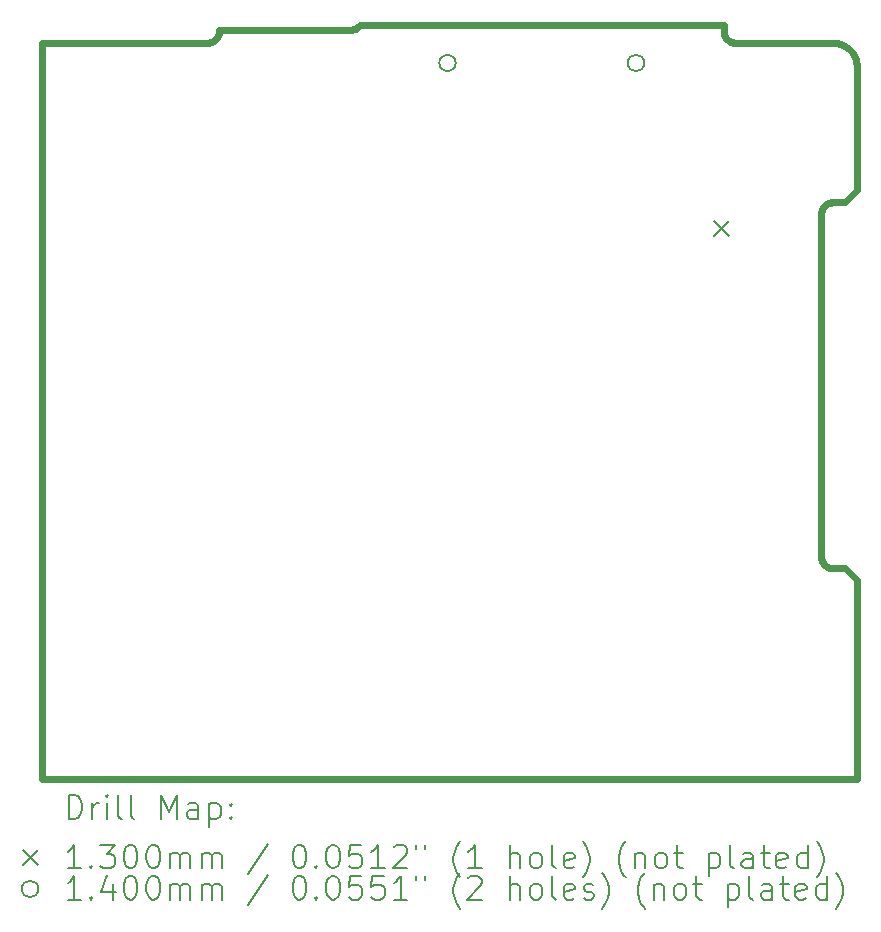
<source format=gbr>
%TF.GenerationSoftware,KiCad,Pcbnew,(6.0.11)*%
%TF.CreationDate,2024-01-03T02:28:44+00:00*%
%TF.ProjectId,Tait_TM8XXX_TNC_Adapter,54616974-5f54-44d3-9858-58585f544e43,rev?*%
%TF.SameCoordinates,Original*%
%TF.FileFunction,Drillmap*%
%TF.FilePolarity,Positive*%
%FSLAX45Y45*%
G04 Gerber Fmt 4.5, Leading zero omitted, Abs format (unit mm)*
G04 Created by KiCad (PCBNEW (6.0.11)) date 2024-01-03 02:28:44*
%MOMM*%
%LPD*%
G01*
G04 APERTURE LIST*
%ADD10C,0.569539*%
%ADD11C,0.200000*%
%ADD12C,0.130000*%
%ADD13C,0.140000*%
G04 APERTURE END LIST*
D10*
X21253311Y-6320902D02*
X21248773Y-6322696D01*
X21210526Y-9378314D02*
X21213673Y-9381945D01*
X21487638Y-5164801D02*
X21487638Y-5164801D01*
X21272441Y-6315975D02*
X21267525Y-6316856D01*
X16061584Y-4931975D02*
X16064732Y-4928343D01*
X21487377Y-5154537D02*
X21487638Y-5164801D01*
X20456516Y-4964681D02*
X20461649Y-4964812D01*
X20427322Y-4958724D02*
X20431964Y-4960301D01*
X16007727Y-4962769D02*
X16012557Y-4961648D01*
X21387638Y-6314820D02*
X21287638Y-6314820D01*
X21195527Y-9353630D02*
X21197533Y-9358057D01*
X20461649Y-4964812D02*
X21287638Y-4964812D01*
X20362173Y-4875011D02*
X20362811Y-4880003D01*
X21447813Y-5045278D02*
X21453399Y-5053122D01*
X21188800Y-6399617D02*
X21188162Y-6404612D01*
X16073106Y-4916583D02*
X16075520Y-4912395D01*
X16075520Y-4912395D02*
X16077734Y-4908085D01*
X21188806Y-9329960D02*
X21189687Y-9334877D01*
X21435572Y-5030457D02*
X21441867Y-5037719D01*
X17280650Y-4814693D02*
X17280650Y-4814693D01*
X20366163Y-4894485D02*
X20367738Y-4899126D01*
X20446452Y-4963656D02*
X20451448Y-4964294D01*
X20361656Y-4814794D02*
X20361656Y-4814794D01*
X21192157Y-9344449D02*
X21193732Y-9349092D01*
X17240238Y-4846500D02*
X17245488Y-4844055D01*
X20361656Y-4814794D02*
X20361656Y-4864817D01*
X21192151Y-6385128D02*
X21190801Y-6389868D01*
X21267533Y-9412720D02*
X21272450Y-9413602D01*
X21189687Y-9334877D02*
X21190806Y-9339709D01*
X21346996Y-4973830D02*
X21356280Y-4976982D01*
X16012557Y-4961648D02*
X16017296Y-4960296D01*
X21399323Y-4999049D02*
X21407167Y-5004634D01*
X21213673Y-9381945D02*
X21216987Y-9385421D01*
X21227873Y-9394854D02*
X21231795Y-9397645D01*
X21235848Y-6329326D02*
X21231790Y-6331931D01*
X17255517Y-4838300D02*
X17260264Y-4835005D01*
X21287638Y-4964812D02*
X21297903Y-4965073D01*
X20361656Y-4864817D02*
X20361656Y-4864817D01*
X21414727Y-5010581D02*
X21421989Y-5016875D01*
X16017296Y-4960296D02*
X16021937Y-4958719D01*
X16077734Y-4908085D02*
X16079742Y-4903658D01*
X21467863Y-5078234D02*
X21471877Y-5087088D01*
X16087626Y-4854822D02*
X17200645Y-4854772D01*
X20381560Y-4924568D02*
X20384533Y-4928348D01*
X21287650Y-9414757D02*
X21387644Y-9414757D01*
X16067706Y-4924563D02*
X16070500Y-4920641D01*
X21187650Y-9314762D02*
X21187781Y-9319896D01*
X21485326Y-5134417D02*
X21486602Y-5144405D01*
X21235853Y-9400250D02*
X21240040Y-9402662D01*
X21382831Y-4989012D02*
X21391206Y-4993838D01*
X21207554Y-9374535D02*
X21210526Y-9378314D01*
X21318024Y-4967124D02*
X21327855Y-4968888D01*
X21231795Y-9397645D02*
X21235853Y-9400250D01*
X17223746Y-4852006D02*
X17229351Y-4850484D01*
X16086469Y-4879999D02*
X16087108Y-4875006D01*
X21407167Y-5004634D02*
X21414727Y-5010581D01*
X21453399Y-5053122D02*
X21458611Y-5061238D01*
X21287638Y-4964812D02*
X21287638Y-4964812D01*
X21471877Y-5087088D02*
X21475467Y-5096163D01*
X21481322Y-5114925D02*
X21483562Y-5124586D01*
X21202157Y-9366555D02*
X21204762Y-9370613D01*
X21216982Y-6344156D02*
X21213668Y-6347632D01*
X21193732Y-9349092D02*
X21195527Y-9353630D01*
X21421989Y-5016875D02*
X21428942Y-5023504D01*
X21244351Y-9404874D02*
X21248779Y-9406881D01*
X20362811Y-4880003D02*
X20363693Y-4884917D01*
X21248779Y-9406881D02*
X21253317Y-9408675D01*
X21202152Y-6363021D02*
X21199740Y-6367209D01*
X16087626Y-4854822D02*
X16087626Y-4854822D01*
X21187650Y-9314762D02*
X21187650Y-9314762D01*
X17212299Y-4854069D02*
X17218057Y-4853204D01*
X17234854Y-4848646D02*
X17240238Y-4846500D01*
X21189681Y-6394700D02*
X21188800Y-6399617D01*
X21204762Y-9370613D02*
X21207554Y-9374535D01*
X17269137Y-4827624D02*
X17273231Y-4823553D01*
X21272450Y-9413602D02*
X21277447Y-9414239D01*
X17260264Y-4835005D02*
X17264809Y-4831444D01*
X21374210Y-4984586D02*
X21382831Y-4989012D01*
X20369532Y-4903663D02*
X20371539Y-4908090D01*
X21187644Y-6414815D02*
X21187644Y-6414815D01*
X21387644Y-9414757D02*
X21387644Y-9414757D01*
X21277447Y-9414239D02*
X21282515Y-9414627D01*
X20398100Y-4941919D02*
X20401879Y-4944893D01*
X16083115Y-4894480D02*
X16084466Y-4889742D01*
X20394469Y-4938772D02*
X20398100Y-4941919D01*
X15997820Y-4964289D02*
X16002813Y-4963651D01*
X21190801Y-6389868D02*
X21189681Y-6394700D01*
X20409859Y-4950293D02*
X20414046Y-4952707D01*
X21441867Y-5037719D02*
X21447813Y-5045278D01*
X17277074Y-4819240D02*
X17280650Y-4814693D01*
X20376163Y-4916587D02*
X20378768Y-4920645D01*
X15992756Y-4964677D02*
X15997820Y-4964289D01*
X21204757Y-6358964D02*
X21202152Y-6363021D01*
X16087626Y-4864812D02*
X16087626Y-4854822D01*
X21190806Y-9339709D02*
X21192157Y-9344449D01*
X21199745Y-9362368D02*
X21202157Y-9366555D01*
X21458611Y-5061238D02*
X21463436Y-5069613D01*
X21287638Y-6314820D02*
X21282504Y-6314950D01*
X20364812Y-4889747D02*
X20366163Y-4894485D01*
X16039399Y-4950289D02*
X16043457Y-4947682D01*
X21282515Y-9414627D02*
X21287650Y-9414757D01*
X20405801Y-4947687D02*
X20409859Y-4950293D01*
X16079742Y-4903658D02*
X16081538Y-4899121D01*
X17245488Y-4844055D02*
X17250587Y-4841319D01*
X21487638Y-5164801D02*
X21487638Y-6214774D01*
X16030901Y-4954916D02*
X16035212Y-4952702D01*
X20451448Y-4964294D02*
X20456516Y-4964681D01*
X21240035Y-6326915D02*
X21235848Y-6329326D01*
X17273231Y-4823553D02*
X17277074Y-4819240D01*
X21253317Y-9408675D02*
X21257960Y-9410250D01*
X21257960Y-9410250D02*
X21262701Y-9411601D01*
X17229351Y-4850484D02*
X17234854Y-4848646D01*
X16087108Y-4875006D02*
X16087495Y-4869942D01*
X16087495Y-4869942D02*
X16087626Y-4864812D01*
X21187781Y-9319896D02*
X21188168Y-9324964D01*
X21213668Y-6347632D02*
X21210522Y-6351262D01*
X21224089Y-6337696D02*
X21220458Y-6340842D01*
X21188168Y-9324964D02*
X21188806Y-9329960D01*
X21220463Y-9388735D02*
X21224093Y-9391881D01*
X21267525Y-6316856D02*
X21262693Y-6317976D01*
X16058269Y-4935452D02*
X16061584Y-4931975D01*
X16047380Y-4944889D02*
X16051160Y-4941915D01*
X14587601Y-11196096D02*
X21487638Y-11195000D01*
X17218057Y-4853204D02*
X17223746Y-4852006D01*
X20418357Y-4954921D02*
X20422784Y-4956928D01*
X21356280Y-4976982D02*
X21365355Y-4980572D01*
X21475467Y-5096163D02*
X21478620Y-5105446D01*
X21387644Y-9414757D02*
X21487638Y-9514753D01*
X16087626Y-4864812D02*
X16087626Y-4864812D01*
X17264809Y-4831444D02*
X17269137Y-4827624D01*
X21188162Y-6404612D02*
X21187775Y-6409681D01*
X20363693Y-4884917D02*
X20364812Y-4889747D01*
X20422784Y-4956928D02*
X20427322Y-4958724D01*
X16035212Y-4952702D02*
X16039399Y-4950289D01*
X21391206Y-4993838D02*
X21399323Y-4999049D01*
X20373751Y-4912400D02*
X20376163Y-4916587D01*
X21231790Y-6331931D02*
X21227868Y-6334723D01*
X16043457Y-4947682D02*
X16047380Y-4944889D01*
X20390994Y-4935456D02*
X20394469Y-4938772D01*
X16081538Y-4899121D02*
X16083115Y-4894480D01*
X21327855Y-4968888D02*
X21337517Y-4971128D01*
X16084466Y-4889742D02*
X16085587Y-4884913D01*
X21257953Y-6319326D02*
X21253311Y-6320902D01*
X21193727Y-6380485D02*
X21192151Y-6385128D01*
X21483562Y-5124586D02*
X21485326Y-5134417D01*
X21207549Y-6355042D02*
X21204757Y-6358964D01*
X21463436Y-5069613D02*
X21467863Y-5078234D01*
X17200645Y-4854772D02*
X17206490Y-4854595D01*
X21244345Y-6324702D02*
X21240035Y-6326915D01*
X15987626Y-4964808D02*
X15987626Y-4964808D01*
X20361656Y-4864817D02*
X20361786Y-4869946D01*
X21337517Y-4971128D02*
X21346996Y-4973830D01*
X16002813Y-4963651D02*
X16007727Y-4962769D01*
X16064732Y-4928343D02*
X16067706Y-4924563D01*
X21262701Y-9411601D02*
X21267533Y-9412720D01*
X21216987Y-9385421D02*
X21220463Y-9388735D01*
X21282504Y-6314950D02*
X21277437Y-6315337D01*
X21262693Y-6317976D02*
X21257953Y-6319326D01*
X17250587Y-4841319D02*
X17255517Y-4838300D01*
X20431964Y-4960301D02*
X20436704Y-4961653D01*
X21387638Y-6314820D02*
X21387638Y-6314820D01*
X17200645Y-4854772D02*
X17200645Y-4854772D01*
X16085587Y-4884913D02*
X16086469Y-4879999D01*
X21428942Y-5023504D02*
X21435572Y-5030457D01*
X21197533Y-9358057D02*
X21199745Y-9362368D01*
X20384533Y-4928348D02*
X20387679Y-4931979D01*
X21227868Y-6334723D02*
X21224089Y-6337696D01*
X21240040Y-9402662D02*
X21244351Y-9404874D01*
X16051160Y-4941915D02*
X16054792Y-4938767D01*
X21478620Y-5105446D02*
X21481322Y-5114925D01*
X20436704Y-4961653D02*
X20441536Y-4962773D01*
X20361786Y-4869946D02*
X20362173Y-4875011D01*
X21287638Y-6314820D02*
X21287638Y-6314820D01*
X21487638Y-6214774D02*
X21387638Y-6314820D01*
X21248773Y-6322696D02*
X21244345Y-6324702D01*
X14587601Y-4965904D02*
X14587601Y-11196096D01*
X20378768Y-4920645D02*
X20381560Y-4924568D01*
X21365355Y-4980572D02*
X21374210Y-4984586D01*
X21287650Y-9414757D02*
X21287650Y-9414757D01*
X20401879Y-4944893D02*
X20405801Y-4947687D01*
X20371539Y-4908090D02*
X20373751Y-4912400D01*
X21308035Y-4965848D02*
X21318024Y-4967124D01*
X21195521Y-6375947D02*
X21193727Y-6380485D01*
X21197528Y-6371519D02*
X21195521Y-6375947D01*
X21487638Y-9514753D02*
X21487638Y-11195000D01*
X21187650Y-9314762D02*
X21187650Y-9314762D01*
X20441536Y-4962773D02*
X20446452Y-4963656D01*
X20461649Y-4964812D02*
X20461649Y-4964812D01*
X21487638Y-9514753D02*
X21487638Y-9514753D01*
X14587601Y-4965904D02*
X15987626Y-4964808D01*
X21187644Y-6414815D02*
X21187650Y-9314762D01*
X16070500Y-4920641D02*
X16073106Y-4916583D01*
X20387679Y-4931979D02*
X20390994Y-4935456D01*
X16026474Y-4956924D02*
X16030901Y-4954916D01*
X17206490Y-4854595D02*
X17212299Y-4854069D01*
X20367738Y-4899126D02*
X20369532Y-4903663D01*
X21487638Y-6214774D02*
X21487638Y-6214774D01*
X16021937Y-4958719D02*
X16026474Y-4956924D01*
X16054792Y-4938767D02*
X16058269Y-4935452D01*
X21486602Y-5144405D02*
X21487377Y-5154537D01*
X21224093Y-9391881D02*
X21227873Y-9394854D01*
X21187775Y-6409681D02*
X21187644Y-6414815D01*
X21220458Y-6340842D02*
X21216982Y-6344156D01*
X21210522Y-6351262D02*
X21207549Y-6355042D01*
X17280650Y-4814693D02*
X20361656Y-4814794D01*
X15987626Y-4964808D02*
X15992756Y-4964677D01*
X21297903Y-4965073D02*
X21308035Y-4965848D01*
X20414046Y-4952707D02*
X20418357Y-4954921D01*
X21277437Y-6315337D02*
X21272441Y-6315975D01*
X21199740Y-6367209D02*
X21197528Y-6371519D01*
D11*
D12*
X20280768Y-6471453D02*
X20410768Y-6601453D01*
X20410768Y-6471453D02*
X20280768Y-6601453D01*
D13*
X18093153Y-5135693D02*
G75*
G03*
X18093153Y-5135693I-70000J0D01*
G01*
X19689153Y-5135693D02*
G75*
G03*
X19689153Y-5135693I-70000J0D01*
G01*
D11*
X14816744Y-11535049D02*
X14816744Y-11335049D01*
X14864363Y-11335049D01*
X14892934Y-11344573D01*
X14911982Y-11363621D01*
X14921505Y-11382668D01*
X14931029Y-11420764D01*
X14931029Y-11449335D01*
X14921505Y-11487430D01*
X14911982Y-11506478D01*
X14892934Y-11525525D01*
X14864363Y-11535049D01*
X14816744Y-11535049D01*
X15016744Y-11535049D02*
X15016744Y-11401716D01*
X15016744Y-11439811D02*
X15026267Y-11420764D01*
X15035791Y-11411240D01*
X15054839Y-11401716D01*
X15073886Y-11401716D01*
X15140553Y-11535049D02*
X15140553Y-11401716D01*
X15140553Y-11335049D02*
X15131029Y-11344573D01*
X15140553Y-11354097D01*
X15150077Y-11344573D01*
X15140553Y-11335049D01*
X15140553Y-11354097D01*
X15264363Y-11535049D02*
X15245315Y-11525525D01*
X15235791Y-11506478D01*
X15235791Y-11335049D01*
X15369125Y-11535049D02*
X15350077Y-11525525D01*
X15340553Y-11506478D01*
X15340553Y-11335049D01*
X15597696Y-11535049D02*
X15597696Y-11335049D01*
X15664363Y-11477906D01*
X15731029Y-11335049D01*
X15731029Y-11535049D01*
X15911982Y-11535049D02*
X15911982Y-11430287D01*
X15902458Y-11411240D01*
X15883410Y-11401716D01*
X15845315Y-11401716D01*
X15826267Y-11411240D01*
X15911982Y-11525525D02*
X15892934Y-11535049D01*
X15845315Y-11535049D01*
X15826267Y-11525525D01*
X15816744Y-11506478D01*
X15816744Y-11487430D01*
X15826267Y-11468383D01*
X15845315Y-11458859D01*
X15892934Y-11458859D01*
X15911982Y-11449335D01*
X16007220Y-11401716D02*
X16007220Y-11601716D01*
X16007220Y-11411240D02*
X16026267Y-11401716D01*
X16064363Y-11401716D01*
X16083410Y-11411240D01*
X16092934Y-11420764D01*
X16102458Y-11439811D01*
X16102458Y-11496954D01*
X16092934Y-11516002D01*
X16083410Y-11525525D01*
X16064363Y-11535049D01*
X16026267Y-11535049D01*
X16007220Y-11525525D01*
X16188172Y-11516002D02*
X16197696Y-11525525D01*
X16188172Y-11535049D01*
X16178648Y-11525525D01*
X16188172Y-11516002D01*
X16188172Y-11535049D01*
X16188172Y-11411240D02*
X16197696Y-11420764D01*
X16188172Y-11430287D01*
X16178648Y-11420764D01*
X16188172Y-11411240D01*
X16188172Y-11430287D01*
D12*
X14429125Y-11799573D02*
X14559125Y-11929573D01*
X14559125Y-11799573D02*
X14429125Y-11929573D01*
D11*
X14921505Y-11955049D02*
X14807220Y-11955049D01*
X14864363Y-11955049D02*
X14864363Y-11755049D01*
X14845315Y-11783621D01*
X14826267Y-11802668D01*
X14807220Y-11812192D01*
X15007220Y-11936002D02*
X15016744Y-11945525D01*
X15007220Y-11955049D01*
X14997696Y-11945525D01*
X15007220Y-11936002D01*
X15007220Y-11955049D01*
X15083410Y-11755049D02*
X15207220Y-11755049D01*
X15140553Y-11831240D01*
X15169125Y-11831240D01*
X15188172Y-11840764D01*
X15197696Y-11850287D01*
X15207220Y-11869335D01*
X15207220Y-11916954D01*
X15197696Y-11936002D01*
X15188172Y-11945525D01*
X15169125Y-11955049D01*
X15111982Y-11955049D01*
X15092934Y-11945525D01*
X15083410Y-11936002D01*
X15331029Y-11755049D02*
X15350077Y-11755049D01*
X15369125Y-11764573D01*
X15378648Y-11774097D01*
X15388172Y-11793145D01*
X15397696Y-11831240D01*
X15397696Y-11878859D01*
X15388172Y-11916954D01*
X15378648Y-11936002D01*
X15369125Y-11945525D01*
X15350077Y-11955049D01*
X15331029Y-11955049D01*
X15311982Y-11945525D01*
X15302458Y-11936002D01*
X15292934Y-11916954D01*
X15283410Y-11878859D01*
X15283410Y-11831240D01*
X15292934Y-11793145D01*
X15302458Y-11774097D01*
X15311982Y-11764573D01*
X15331029Y-11755049D01*
X15521505Y-11755049D02*
X15540553Y-11755049D01*
X15559601Y-11764573D01*
X15569125Y-11774097D01*
X15578648Y-11793145D01*
X15588172Y-11831240D01*
X15588172Y-11878859D01*
X15578648Y-11916954D01*
X15569125Y-11936002D01*
X15559601Y-11945525D01*
X15540553Y-11955049D01*
X15521505Y-11955049D01*
X15502458Y-11945525D01*
X15492934Y-11936002D01*
X15483410Y-11916954D01*
X15473886Y-11878859D01*
X15473886Y-11831240D01*
X15483410Y-11793145D01*
X15492934Y-11774097D01*
X15502458Y-11764573D01*
X15521505Y-11755049D01*
X15673886Y-11955049D02*
X15673886Y-11821716D01*
X15673886Y-11840764D02*
X15683410Y-11831240D01*
X15702458Y-11821716D01*
X15731029Y-11821716D01*
X15750077Y-11831240D01*
X15759601Y-11850287D01*
X15759601Y-11955049D01*
X15759601Y-11850287D02*
X15769125Y-11831240D01*
X15788172Y-11821716D01*
X15816744Y-11821716D01*
X15835791Y-11831240D01*
X15845315Y-11850287D01*
X15845315Y-11955049D01*
X15940553Y-11955049D02*
X15940553Y-11821716D01*
X15940553Y-11840764D02*
X15950077Y-11831240D01*
X15969125Y-11821716D01*
X15997696Y-11821716D01*
X16016744Y-11831240D01*
X16026267Y-11850287D01*
X16026267Y-11955049D01*
X16026267Y-11850287D02*
X16035791Y-11831240D01*
X16054839Y-11821716D01*
X16083410Y-11821716D01*
X16102458Y-11831240D01*
X16111982Y-11850287D01*
X16111982Y-11955049D01*
X16502458Y-11745525D02*
X16331029Y-12002668D01*
X16759601Y-11755049D02*
X16778648Y-11755049D01*
X16797696Y-11764573D01*
X16807220Y-11774097D01*
X16816744Y-11793145D01*
X16826267Y-11831240D01*
X16826267Y-11878859D01*
X16816744Y-11916954D01*
X16807220Y-11936002D01*
X16797696Y-11945525D01*
X16778648Y-11955049D01*
X16759601Y-11955049D01*
X16740553Y-11945525D01*
X16731029Y-11936002D01*
X16721505Y-11916954D01*
X16711982Y-11878859D01*
X16711982Y-11831240D01*
X16721505Y-11793145D01*
X16731029Y-11774097D01*
X16740553Y-11764573D01*
X16759601Y-11755049D01*
X16911982Y-11936002D02*
X16921506Y-11945525D01*
X16911982Y-11955049D01*
X16902458Y-11945525D01*
X16911982Y-11936002D01*
X16911982Y-11955049D01*
X17045315Y-11755049D02*
X17064363Y-11755049D01*
X17083410Y-11764573D01*
X17092934Y-11774097D01*
X17102458Y-11793145D01*
X17111982Y-11831240D01*
X17111982Y-11878859D01*
X17102458Y-11916954D01*
X17092934Y-11936002D01*
X17083410Y-11945525D01*
X17064363Y-11955049D01*
X17045315Y-11955049D01*
X17026267Y-11945525D01*
X17016744Y-11936002D01*
X17007220Y-11916954D01*
X16997696Y-11878859D01*
X16997696Y-11831240D01*
X17007220Y-11793145D01*
X17016744Y-11774097D01*
X17026267Y-11764573D01*
X17045315Y-11755049D01*
X17292934Y-11755049D02*
X17197696Y-11755049D01*
X17188172Y-11850287D01*
X17197696Y-11840764D01*
X17216744Y-11831240D01*
X17264363Y-11831240D01*
X17283410Y-11840764D01*
X17292934Y-11850287D01*
X17302458Y-11869335D01*
X17302458Y-11916954D01*
X17292934Y-11936002D01*
X17283410Y-11945525D01*
X17264363Y-11955049D01*
X17216744Y-11955049D01*
X17197696Y-11945525D01*
X17188172Y-11936002D01*
X17492934Y-11955049D02*
X17378648Y-11955049D01*
X17435791Y-11955049D02*
X17435791Y-11755049D01*
X17416744Y-11783621D01*
X17397696Y-11802668D01*
X17378648Y-11812192D01*
X17569125Y-11774097D02*
X17578648Y-11764573D01*
X17597696Y-11755049D01*
X17645315Y-11755049D01*
X17664363Y-11764573D01*
X17673887Y-11774097D01*
X17683410Y-11793145D01*
X17683410Y-11812192D01*
X17673887Y-11840764D01*
X17559601Y-11955049D01*
X17683410Y-11955049D01*
X17759601Y-11755049D02*
X17759601Y-11793145D01*
X17835791Y-11755049D02*
X17835791Y-11793145D01*
X18131029Y-12031240D02*
X18121506Y-12021716D01*
X18102458Y-11993145D01*
X18092934Y-11974097D01*
X18083410Y-11945525D01*
X18073887Y-11897906D01*
X18073887Y-11859811D01*
X18083410Y-11812192D01*
X18092934Y-11783621D01*
X18102458Y-11764573D01*
X18121506Y-11736002D01*
X18131029Y-11726478D01*
X18311982Y-11955049D02*
X18197696Y-11955049D01*
X18254839Y-11955049D02*
X18254839Y-11755049D01*
X18235791Y-11783621D01*
X18216744Y-11802668D01*
X18197696Y-11812192D01*
X18550077Y-11955049D02*
X18550077Y-11755049D01*
X18635791Y-11955049D02*
X18635791Y-11850287D01*
X18626267Y-11831240D01*
X18607220Y-11821716D01*
X18578648Y-11821716D01*
X18559601Y-11831240D01*
X18550077Y-11840764D01*
X18759601Y-11955049D02*
X18740553Y-11945525D01*
X18731029Y-11936002D01*
X18721506Y-11916954D01*
X18721506Y-11859811D01*
X18731029Y-11840764D01*
X18740553Y-11831240D01*
X18759601Y-11821716D01*
X18788172Y-11821716D01*
X18807220Y-11831240D01*
X18816744Y-11840764D01*
X18826267Y-11859811D01*
X18826267Y-11916954D01*
X18816744Y-11936002D01*
X18807220Y-11945525D01*
X18788172Y-11955049D01*
X18759601Y-11955049D01*
X18940553Y-11955049D02*
X18921506Y-11945525D01*
X18911982Y-11926478D01*
X18911982Y-11755049D01*
X19092934Y-11945525D02*
X19073887Y-11955049D01*
X19035791Y-11955049D01*
X19016744Y-11945525D01*
X19007220Y-11926478D01*
X19007220Y-11850287D01*
X19016744Y-11831240D01*
X19035791Y-11821716D01*
X19073887Y-11821716D01*
X19092934Y-11831240D01*
X19102458Y-11850287D01*
X19102458Y-11869335D01*
X19007220Y-11888383D01*
X19169125Y-12031240D02*
X19178648Y-12021716D01*
X19197696Y-11993145D01*
X19207220Y-11974097D01*
X19216744Y-11945525D01*
X19226267Y-11897906D01*
X19226267Y-11859811D01*
X19216744Y-11812192D01*
X19207220Y-11783621D01*
X19197696Y-11764573D01*
X19178648Y-11736002D01*
X19169125Y-11726478D01*
X19531029Y-12031240D02*
X19521506Y-12021716D01*
X19502458Y-11993145D01*
X19492934Y-11974097D01*
X19483410Y-11945525D01*
X19473887Y-11897906D01*
X19473887Y-11859811D01*
X19483410Y-11812192D01*
X19492934Y-11783621D01*
X19502458Y-11764573D01*
X19521506Y-11736002D01*
X19531029Y-11726478D01*
X19607220Y-11821716D02*
X19607220Y-11955049D01*
X19607220Y-11840764D02*
X19616744Y-11831240D01*
X19635791Y-11821716D01*
X19664363Y-11821716D01*
X19683410Y-11831240D01*
X19692934Y-11850287D01*
X19692934Y-11955049D01*
X19816744Y-11955049D02*
X19797696Y-11945525D01*
X19788172Y-11936002D01*
X19778648Y-11916954D01*
X19778648Y-11859811D01*
X19788172Y-11840764D01*
X19797696Y-11831240D01*
X19816744Y-11821716D01*
X19845315Y-11821716D01*
X19864363Y-11831240D01*
X19873887Y-11840764D01*
X19883410Y-11859811D01*
X19883410Y-11916954D01*
X19873887Y-11936002D01*
X19864363Y-11945525D01*
X19845315Y-11955049D01*
X19816744Y-11955049D01*
X19940553Y-11821716D02*
X20016744Y-11821716D01*
X19969125Y-11755049D02*
X19969125Y-11926478D01*
X19978648Y-11945525D01*
X19997696Y-11955049D01*
X20016744Y-11955049D01*
X20235791Y-11821716D02*
X20235791Y-12021716D01*
X20235791Y-11831240D02*
X20254839Y-11821716D01*
X20292934Y-11821716D01*
X20311982Y-11831240D01*
X20321506Y-11840764D01*
X20331029Y-11859811D01*
X20331029Y-11916954D01*
X20321506Y-11936002D01*
X20311982Y-11945525D01*
X20292934Y-11955049D01*
X20254839Y-11955049D01*
X20235791Y-11945525D01*
X20445315Y-11955049D02*
X20426267Y-11945525D01*
X20416744Y-11926478D01*
X20416744Y-11755049D01*
X20607220Y-11955049D02*
X20607220Y-11850287D01*
X20597696Y-11831240D01*
X20578648Y-11821716D01*
X20540553Y-11821716D01*
X20521506Y-11831240D01*
X20607220Y-11945525D02*
X20588172Y-11955049D01*
X20540553Y-11955049D01*
X20521506Y-11945525D01*
X20511982Y-11926478D01*
X20511982Y-11907430D01*
X20521506Y-11888383D01*
X20540553Y-11878859D01*
X20588172Y-11878859D01*
X20607220Y-11869335D01*
X20673887Y-11821716D02*
X20750077Y-11821716D01*
X20702458Y-11755049D02*
X20702458Y-11926478D01*
X20711982Y-11945525D01*
X20731029Y-11955049D01*
X20750077Y-11955049D01*
X20892934Y-11945525D02*
X20873887Y-11955049D01*
X20835791Y-11955049D01*
X20816744Y-11945525D01*
X20807220Y-11926478D01*
X20807220Y-11850287D01*
X20816744Y-11831240D01*
X20835791Y-11821716D01*
X20873887Y-11821716D01*
X20892934Y-11831240D01*
X20902458Y-11850287D01*
X20902458Y-11869335D01*
X20807220Y-11888383D01*
X21073887Y-11955049D02*
X21073887Y-11755049D01*
X21073887Y-11945525D02*
X21054839Y-11955049D01*
X21016744Y-11955049D01*
X20997696Y-11945525D01*
X20988172Y-11936002D01*
X20978648Y-11916954D01*
X20978648Y-11859811D01*
X20988172Y-11840764D01*
X20997696Y-11831240D01*
X21016744Y-11821716D01*
X21054839Y-11821716D01*
X21073887Y-11831240D01*
X21150077Y-12031240D02*
X21159601Y-12021716D01*
X21178648Y-11993145D01*
X21188172Y-11974097D01*
X21197696Y-11945525D01*
X21207220Y-11897906D01*
X21207220Y-11859811D01*
X21197696Y-11812192D01*
X21188172Y-11783621D01*
X21178648Y-11764573D01*
X21159601Y-11736002D01*
X21150077Y-11726478D01*
D13*
X14559125Y-12128573D02*
G75*
G03*
X14559125Y-12128573I-70000J0D01*
G01*
D11*
X14921505Y-12219049D02*
X14807220Y-12219049D01*
X14864363Y-12219049D02*
X14864363Y-12019049D01*
X14845315Y-12047621D01*
X14826267Y-12066668D01*
X14807220Y-12076192D01*
X15007220Y-12200002D02*
X15016744Y-12209525D01*
X15007220Y-12219049D01*
X14997696Y-12209525D01*
X15007220Y-12200002D01*
X15007220Y-12219049D01*
X15188172Y-12085716D02*
X15188172Y-12219049D01*
X15140553Y-12009525D02*
X15092934Y-12152383D01*
X15216744Y-12152383D01*
X15331029Y-12019049D02*
X15350077Y-12019049D01*
X15369125Y-12028573D01*
X15378648Y-12038097D01*
X15388172Y-12057145D01*
X15397696Y-12095240D01*
X15397696Y-12142859D01*
X15388172Y-12180954D01*
X15378648Y-12200002D01*
X15369125Y-12209525D01*
X15350077Y-12219049D01*
X15331029Y-12219049D01*
X15311982Y-12209525D01*
X15302458Y-12200002D01*
X15292934Y-12180954D01*
X15283410Y-12142859D01*
X15283410Y-12095240D01*
X15292934Y-12057145D01*
X15302458Y-12038097D01*
X15311982Y-12028573D01*
X15331029Y-12019049D01*
X15521505Y-12019049D02*
X15540553Y-12019049D01*
X15559601Y-12028573D01*
X15569125Y-12038097D01*
X15578648Y-12057145D01*
X15588172Y-12095240D01*
X15588172Y-12142859D01*
X15578648Y-12180954D01*
X15569125Y-12200002D01*
X15559601Y-12209525D01*
X15540553Y-12219049D01*
X15521505Y-12219049D01*
X15502458Y-12209525D01*
X15492934Y-12200002D01*
X15483410Y-12180954D01*
X15473886Y-12142859D01*
X15473886Y-12095240D01*
X15483410Y-12057145D01*
X15492934Y-12038097D01*
X15502458Y-12028573D01*
X15521505Y-12019049D01*
X15673886Y-12219049D02*
X15673886Y-12085716D01*
X15673886Y-12104764D02*
X15683410Y-12095240D01*
X15702458Y-12085716D01*
X15731029Y-12085716D01*
X15750077Y-12095240D01*
X15759601Y-12114287D01*
X15759601Y-12219049D01*
X15759601Y-12114287D02*
X15769125Y-12095240D01*
X15788172Y-12085716D01*
X15816744Y-12085716D01*
X15835791Y-12095240D01*
X15845315Y-12114287D01*
X15845315Y-12219049D01*
X15940553Y-12219049D02*
X15940553Y-12085716D01*
X15940553Y-12104764D02*
X15950077Y-12095240D01*
X15969125Y-12085716D01*
X15997696Y-12085716D01*
X16016744Y-12095240D01*
X16026267Y-12114287D01*
X16026267Y-12219049D01*
X16026267Y-12114287D02*
X16035791Y-12095240D01*
X16054839Y-12085716D01*
X16083410Y-12085716D01*
X16102458Y-12095240D01*
X16111982Y-12114287D01*
X16111982Y-12219049D01*
X16502458Y-12009525D02*
X16331029Y-12266668D01*
X16759601Y-12019049D02*
X16778648Y-12019049D01*
X16797696Y-12028573D01*
X16807220Y-12038097D01*
X16816744Y-12057145D01*
X16826267Y-12095240D01*
X16826267Y-12142859D01*
X16816744Y-12180954D01*
X16807220Y-12200002D01*
X16797696Y-12209525D01*
X16778648Y-12219049D01*
X16759601Y-12219049D01*
X16740553Y-12209525D01*
X16731029Y-12200002D01*
X16721505Y-12180954D01*
X16711982Y-12142859D01*
X16711982Y-12095240D01*
X16721505Y-12057145D01*
X16731029Y-12038097D01*
X16740553Y-12028573D01*
X16759601Y-12019049D01*
X16911982Y-12200002D02*
X16921506Y-12209525D01*
X16911982Y-12219049D01*
X16902458Y-12209525D01*
X16911982Y-12200002D01*
X16911982Y-12219049D01*
X17045315Y-12019049D02*
X17064363Y-12019049D01*
X17083410Y-12028573D01*
X17092934Y-12038097D01*
X17102458Y-12057145D01*
X17111982Y-12095240D01*
X17111982Y-12142859D01*
X17102458Y-12180954D01*
X17092934Y-12200002D01*
X17083410Y-12209525D01*
X17064363Y-12219049D01*
X17045315Y-12219049D01*
X17026267Y-12209525D01*
X17016744Y-12200002D01*
X17007220Y-12180954D01*
X16997696Y-12142859D01*
X16997696Y-12095240D01*
X17007220Y-12057145D01*
X17016744Y-12038097D01*
X17026267Y-12028573D01*
X17045315Y-12019049D01*
X17292934Y-12019049D02*
X17197696Y-12019049D01*
X17188172Y-12114287D01*
X17197696Y-12104764D01*
X17216744Y-12095240D01*
X17264363Y-12095240D01*
X17283410Y-12104764D01*
X17292934Y-12114287D01*
X17302458Y-12133335D01*
X17302458Y-12180954D01*
X17292934Y-12200002D01*
X17283410Y-12209525D01*
X17264363Y-12219049D01*
X17216744Y-12219049D01*
X17197696Y-12209525D01*
X17188172Y-12200002D01*
X17483410Y-12019049D02*
X17388172Y-12019049D01*
X17378648Y-12114287D01*
X17388172Y-12104764D01*
X17407220Y-12095240D01*
X17454839Y-12095240D01*
X17473887Y-12104764D01*
X17483410Y-12114287D01*
X17492934Y-12133335D01*
X17492934Y-12180954D01*
X17483410Y-12200002D01*
X17473887Y-12209525D01*
X17454839Y-12219049D01*
X17407220Y-12219049D01*
X17388172Y-12209525D01*
X17378648Y-12200002D01*
X17683410Y-12219049D02*
X17569125Y-12219049D01*
X17626267Y-12219049D02*
X17626267Y-12019049D01*
X17607220Y-12047621D01*
X17588172Y-12066668D01*
X17569125Y-12076192D01*
X17759601Y-12019049D02*
X17759601Y-12057145D01*
X17835791Y-12019049D02*
X17835791Y-12057145D01*
X18131029Y-12295240D02*
X18121506Y-12285716D01*
X18102458Y-12257145D01*
X18092934Y-12238097D01*
X18083410Y-12209525D01*
X18073887Y-12161906D01*
X18073887Y-12123811D01*
X18083410Y-12076192D01*
X18092934Y-12047621D01*
X18102458Y-12028573D01*
X18121506Y-12000002D01*
X18131029Y-11990478D01*
X18197696Y-12038097D02*
X18207220Y-12028573D01*
X18226267Y-12019049D01*
X18273887Y-12019049D01*
X18292934Y-12028573D01*
X18302458Y-12038097D01*
X18311982Y-12057145D01*
X18311982Y-12076192D01*
X18302458Y-12104764D01*
X18188172Y-12219049D01*
X18311982Y-12219049D01*
X18550077Y-12219049D02*
X18550077Y-12019049D01*
X18635791Y-12219049D02*
X18635791Y-12114287D01*
X18626267Y-12095240D01*
X18607220Y-12085716D01*
X18578648Y-12085716D01*
X18559601Y-12095240D01*
X18550077Y-12104764D01*
X18759601Y-12219049D02*
X18740553Y-12209525D01*
X18731029Y-12200002D01*
X18721506Y-12180954D01*
X18721506Y-12123811D01*
X18731029Y-12104764D01*
X18740553Y-12095240D01*
X18759601Y-12085716D01*
X18788172Y-12085716D01*
X18807220Y-12095240D01*
X18816744Y-12104764D01*
X18826267Y-12123811D01*
X18826267Y-12180954D01*
X18816744Y-12200002D01*
X18807220Y-12209525D01*
X18788172Y-12219049D01*
X18759601Y-12219049D01*
X18940553Y-12219049D02*
X18921506Y-12209525D01*
X18911982Y-12190478D01*
X18911982Y-12019049D01*
X19092934Y-12209525D02*
X19073887Y-12219049D01*
X19035791Y-12219049D01*
X19016744Y-12209525D01*
X19007220Y-12190478D01*
X19007220Y-12114287D01*
X19016744Y-12095240D01*
X19035791Y-12085716D01*
X19073887Y-12085716D01*
X19092934Y-12095240D01*
X19102458Y-12114287D01*
X19102458Y-12133335D01*
X19007220Y-12152383D01*
X19178648Y-12209525D02*
X19197696Y-12219049D01*
X19235791Y-12219049D01*
X19254839Y-12209525D01*
X19264363Y-12190478D01*
X19264363Y-12180954D01*
X19254839Y-12161906D01*
X19235791Y-12152383D01*
X19207220Y-12152383D01*
X19188172Y-12142859D01*
X19178648Y-12123811D01*
X19178648Y-12114287D01*
X19188172Y-12095240D01*
X19207220Y-12085716D01*
X19235791Y-12085716D01*
X19254839Y-12095240D01*
X19331029Y-12295240D02*
X19340553Y-12285716D01*
X19359601Y-12257145D01*
X19369125Y-12238097D01*
X19378648Y-12209525D01*
X19388172Y-12161906D01*
X19388172Y-12123811D01*
X19378648Y-12076192D01*
X19369125Y-12047621D01*
X19359601Y-12028573D01*
X19340553Y-12000002D01*
X19331029Y-11990478D01*
X19692934Y-12295240D02*
X19683410Y-12285716D01*
X19664363Y-12257145D01*
X19654839Y-12238097D01*
X19645315Y-12209525D01*
X19635791Y-12161906D01*
X19635791Y-12123811D01*
X19645315Y-12076192D01*
X19654839Y-12047621D01*
X19664363Y-12028573D01*
X19683410Y-12000002D01*
X19692934Y-11990478D01*
X19769125Y-12085716D02*
X19769125Y-12219049D01*
X19769125Y-12104764D02*
X19778648Y-12095240D01*
X19797696Y-12085716D01*
X19826267Y-12085716D01*
X19845315Y-12095240D01*
X19854839Y-12114287D01*
X19854839Y-12219049D01*
X19978648Y-12219049D02*
X19959601Y-12209525D01*
X19950077Y-12200002D01*
X19940553Y-12180954D01*
X19940553Y-12123811D01*
X19950077Y-12104764D01*
X19959601Y-12095240D01*
X19978648Y-12085716D01*
X20007220Y-12085716D01*
X20026267Y-12095240D01*
X20035791Y-12104764D01*
X20045315Y-12123811D01*
X20045315Y-12180954D01*
X20035791Y-12200002D01*
X20026267Y-12209525D01*
X20007220Y-12219049D01*
X19978648Y-12219049D01*
X20102458Y-12085716D02*
X20178648Y-12085716D01*
X20131029Y-12019049D02*
X20131029Y-12190478D01*
X20140553Y-12209525D01*
X20159601Y-12219049D01*
X20178648Y-12219049D01*
X20397696Y-12085716D02*
X20397696Y-12285716D01*
X20397696Y-12095240D02*
X20416744Y-12085716D01*
X20454839Y-12085716D01*
X20473887Y-12095240D01*
X20483410Y-12104764D01*
X20492934Y-12123811D01*
X20492934Y-12180954D01*
X20483410Y-12200002D01*
X20473887Y-12209525D01*
X20454839Y-12219049D01*
X20416744Y-12219049D01*
X20397696Y-12209525D01*
X20607220Y-12219049D02*
X20588172Y-12209525D01*
X20578648Y-12190478D01*
X20578648Y-12019049D01*
X20769125Y-12219049D02*
X20769125Y-12114287D01*
X20759601Y-12095240D01*
X20740553Y-12085716D01*
X20702458Y-12085716D01*
X20683410Y-12095240D01*
X20769125Y-12209525D02*
X20750077Y-12219049D01*
X20702458Y-12219049D01*
X20683410Y-12209525D01*
X20673887Y-12190478D01*
X20673887Y-12171430D01*
X20683410Y-12152383D01*
X20702458Y-12142859D01*
X20750077Y-12142859D01*
X20769125Y-12133335D01*
X20835791Y-12085716D02*
X20911982Y-12085716D01*
X20864363Y-12019049D02*
X20864363Y-12190478D01*
X20873887Y-12209525D01*
X20892934Y-12219049D01*
X20911982Y-12219049D01*
X21054839Y-12209525D02*
X21035791Y-12219049D01*
X20997696Y-12219049D01*
X20978648Y-12209525D01*
X20969125Y-12190478D01*
X20969125Y-12114287D01*
X20978648Y-12095240D01*
X20997696Y-12085716D01*
X21035791Y-12085716D01*
X21054839Y-12095240D01*
X21064363Y-12114287D01*
X21064363Y-12133335D01*
X20969125Y-12152383D01*
X21235791Y-12219049D02*
X21235791Y-12019049D01*
X21235791Y-12209525D02*
X21216744Y-12219049D01*
X21178648Y-12219049D01*
X21159601Y-12209525D01*
X21150077Y-12200002D01*
X21140553Y-12180954D01*
X21140553Y-12123811D01*
X21150077Y-12104764D01*
X21159601Y-12095240D01*
X21178648Y-12085716D01*
X21216744Y-12085716D01*
X21235791Y-12095240D01*
X21311982Y-12295240D02*
X21321506Y-12285716D01*
X21340553Y-12257145D01*
X21350077Y-12238097D01*
X21359601Y-12209525D01*
X21369125Y-12161906D01*
X21369125Y-12123811D01*
X21359601Y-12076192D01*
X21350077Y-12047621D01*
X21340553Y-12028573D01*
X21321506Y-12000002D01*
X21311982Y-11990478D01*
M02*

</source>
